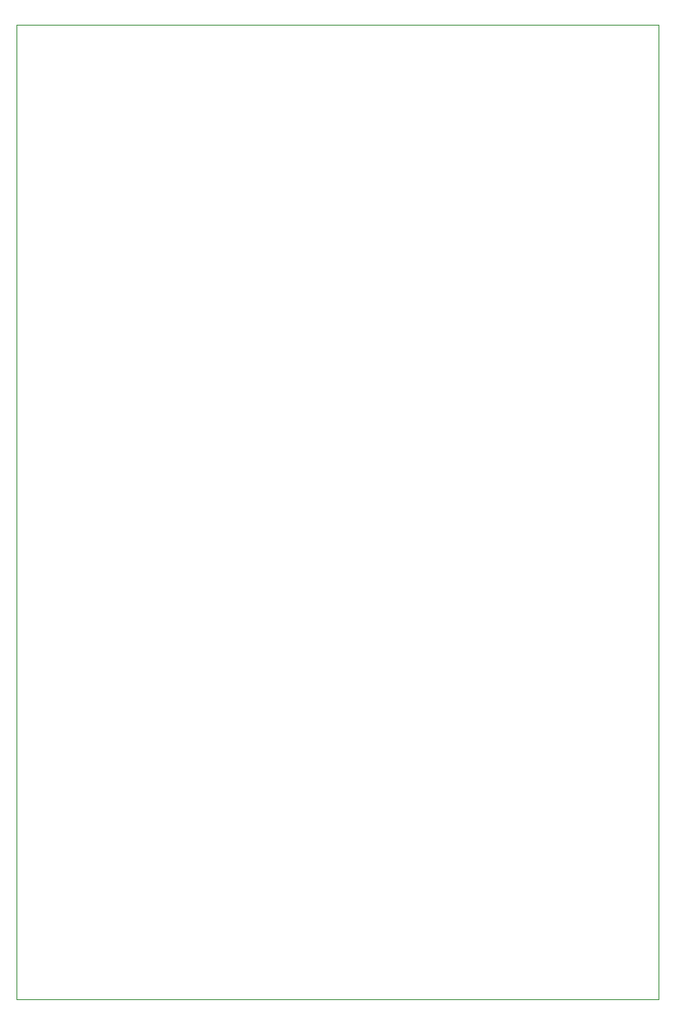
<source format=gbr>
%TF.GenerationSoftware,KiCad,Pcbnew,(5.1.10)-1*%
%TF.CreationDate,2021-10-30T12:19:22-04:00*%
%TF.ProjectId,Processor Board,50726f63-6573-4736-9f72-20426f617264,rev?*%
%TF.SameCoordinates,Original*%
%TF.FileFunction,Profile,NP*%
%FSLAX46Y46*%
G04 Gerber Fmt 4.6, Leading zero omitted, Abs format (unit mm)*
G04 Created by KiCad (PCBNEW (5.1.10)-1) date 2021-10-30 12:19:22*
%MOMM*%
%LPD*%
G01*
G04 APERTURE LIST*
%TA.AperFunction,Profile*%
%ADD10C,0.050000*%
%TD*%
G04 APERTURE END LIST*
D10*
X50000000Y-150000000D02*
X50000000Y-50000000D01*
X116000000Y-150000000D02*
X50000000Y-150000000D01*
X116000000Y-50000000D02*
X116000000Y-150000000D01*
X50000000Y-50000000D02*
X116000000Y-50000000D01*
M02*

</source>
